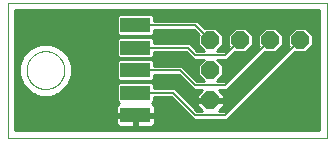
<source format=gtl>
G75*
%MOIN*%
%OFA0B0*%
%FSLAX25Y25*%
%IPPOS*%
%LPD*%
%AMOC8*
5,1,8,0,0,1.08239X$1,22.5*
%
%ADD10C,0.00000*%
%ADD11OC8,0.06000*%
%ADD12R,0.10000X0.05000*%
%ADD13C,0.00800*%
%ADD14C,0.01000*%
D10*
X0009000Y0009000D02*
X0009000Y0053961D01*
X0115201Y0053961D01*
X0115201Y0009000D01*
X0009000Y0009000D01*
X0015201Y0031500D02*
X0015203Y0031658D01*
X0015209Y0031816D01*
X0015219Y0031974D01*
X0015233Y0032132D01*
X0015251Y0032289D01*
X0015272Y0032446D01*
X0015298Y0032602D01*
X0015328Y0032758D01*
X0015361Y0032913D01*
X0015399Y0033066D01*
X0015440Y0033219D01*
X0015485Y0033371D01*
X0015534Y0033522D01*
X0015587Y0033671D01*
X0015643Y0033819D01*
X0015703Y0033965D01*
X0015767Y0034110D01*
X0015835Y0034253D01*
X0015906Y0034395D01*
X0015980Y0034535D01*
X0016058Y0034672D01*
X0016140Y0034808D01*
X0016224Y0034942D01*
X0016313Y0035073D01*
X0016404Y0035202D01*
X0016499Y0035329D01*
X0016596Y0035454D01*
X0016697Y0035576D01*
X0016801Y0035695D01*
X0016908Y0035812D01*
X0017018Y0035926D01*
X0017131Y0036037D01*
X0017246Y0036146D01*
X0017364Y0036251D01*
X0017485Y0036353D01*
X0017608Y0036453D01*
X0017734Y0036549D01*
X0017862Y0036642D01*
X0017992Y0036732D01*
X0018125Y0036818D01*
X0018260Y0036902D01*
X0018396Y0036981D01*
X0018535Y0037058D01*
X0018676Y0037130D01*
X0018818Y0037200D01*
X0018962Y0037265D01*
X0019108Y0037327D01*
X0019255Y0037385D01*
X0019404Y0037440D01*
X0019554Y0037491D01*
X0019705Y0037538D01*
X0019857Y0037581D01*
X0020010Y0037620D01*
X0020165Y0037656D01*
X0020320Y0037687D01*
X0020476Y0037715D01*
X0020632Y0037739D01*
X0020789Y0037759D01*
X0020947Y0037775D01*
X0021104Y0037787D01*
X0021263Y0037795D01*
X0021421Y0037799D01*
X0021579Y0037799D01*
X0021737Y0037795D01*
X0021896Y0037787D01*
X0022053Y0037775D01*
X0022211Y0037759D01*
X0022368Y0037739D01*
X0022524Y0037715D01*
X0022680Y0037687D01*
X0022835Y0037656D01*
X0022990Y0037620D01*
X0023143Y0037581D01*
X0023295Y0037538D01*
X0023446Y0037491D01*
X0023596Y0037440D01*
X0023745Y0037385D01*
X0023892Y0037327D01*
X0024038Y0037265D01*
X0024182Y0037200D01*
X0024324Y0037130D01*
X0024465Y0037058D01*
X0024604Y0036981D01*
X0024740Y0036902D01*
X0024875Y0036818D01*
X0025008Y0036732D01*
X0025138Y0036642D01*
X0025266Y0036549D01*
X0025392Y0036453D01*
X0025515Y0036353D01*
X0025636Y0036251D01*
X0025754Y0036146D01*
X0025869Y0036037D01*
X0025982Y0035926D01*
X0026092Y0035812D01*
X0026199Y0035695D01*
X0026303Y0035576D01*
X0026404Y0035454D01*
X0026501Y0035329D01*
X0026596Y0035202D01*
X0026687Y0035073D01*
X0026776Y0034942D01*
X0026860Y0034808D01*
X0026942Y0034672D01*
X0027020Y0034535D01*
X0027094Y0034395D01*
X0027165Y0034253D01*
X0027233Y0034110D01*
X0027297Y0033965D01*
X0027357Y0033819D01*
X0027413Y0033671D01*
X0027466Y0033522D01*
X0027515Y0033371D01*
X0027560Y0033219D01*
X0027601Y0033066D01*
X0027639Y0032913D01*
X0027672Y0032758D01*
X0027702Y0032602D01*
X0027728Y0032446D01*
X0027749Y0032289D01*
X0027767Y0032132D01*
X0027781Y0031974D01*
X0027791Y0031816D01*
X0027797Y0031658D01*
X0027799Y0031500D01*
X0027797Y0031342D01*
X0027791Y0031184D01*
X0027781Y0031026D01*
X0027767Y0030868D01*
X0027749Y0030711D01*
X0027728Y0030554D01*
X0027702Y0030398D01*
X0027672Y0030242D01*
X0027639Y0030087D01*
X0027601Y0029934D01*
X0027560Y0029781D01*
X0027515Y0029629D01*
X0027466Y0029478D01*
X0027413Y0029329D01*
X0027357Y0029181D01*
X0027297Y0029035D01*
X0027233Y0028890D01*
X0027165Y0028747D01*
X0027094Y0028605D01*
X0027020Y0028465D01*
X0026942Y0028328D01*
X0026860Y0028192D01*
X0026776Y0028058D01*
X0026687Y0027927D01*
X0026596Y0027798D01*
X0026501Y0027671D01*
X0026404Y0027546D01*
X0026303Y0027424D01*
X0026199Y0027305D01*
X0026092Y0027188D01*
X0025982Y0027074D01*
X0025869Y0026963D01*
X0025754Y0026854D01*
X0025636Y0026749D01*
X0025515Y0026647D01*
X0025392Y0026547D01*
X0025266Y0026451D01*
X0025138Y0026358D01*
X0025008Y0026268D01*
X0024875Y0026182D01*
X0024740Y0026098D01*
X0024604Y0026019D01*
X0024465Y0025942D01*
X0024324Y0025870D01*
X0024182Y0025800D01*
X0024038Y0025735D01*
X0023892Y0025673D01*
X0023745Y0025615D01*
X0023596Y0025560D01*
X0023446Y0025509D01*
X0023295Y0025462D01*
X0023143Y0025419D01*
X0022990Y0025380D01*
X0022835Y0025344D01*
X0022680Y0025313D01*
X0022524Y0025285D01*
X0022368Y0025261D01*
X0022211Y0025241D01*
X0022053Y0025225D01*
X0021896Y0025213D01*
X0021737Y0025205D01*
X0021579Y0025201D01*
X0021421Y0025201D01*
X0021263Y0025205D01*
X0021104Y0025213D01*
X0020947Y0025225D01*
X0020789Y0025241D01*
X0020632Y0025261D01*
X0020476Y0025285D01*
X0020320Y0025313D01*
X0020165Y0025344D01*
X0020010Y0025380D01*
X0019857Y0025419D01*
X0019705Y0025462D01*
X0019554Y0025509D01*
X0019404Y0025560D01*
X0019255Y0025615D01*
X0019108Y0025673D01*
X0018962Y0025735D01*
X0018818Y0025800D01*
X0018676Y0025870D01*
X0018535Y0025942D01*
X0018396Y0026019D01*
X0018260Y0026098D01*
X0018125Y0026182D01*
X0017992Y0026268D01*
X0017862Y0026358D01*
X0017734Y0026451D01*
X0017608Y0026547D01*
X0017485Y0026647D01*
X0017364Y0026749D01*
X0017246Y0026854D01*
X0017131Y0026963D01*
X0017018Y0027074D01*
X0016908Y0027188D01*
X0016801Y0027305D01*
X0016697Y0027424D01*
X0016596Y0027546D01*
X0016499Y0027671D01*
X0016404Y0027798D01*
X0016313Y0027927D01*
X0016224Y0028058D01*
X0016140Y0028192D01*
X0016058Y0028328D01*
X0015980Y0028465D01*
X0015906Y0028605D01*
X0015835Y0028747D01*
X0015767Y0028890D01*
X0015703Y0029035D01*
X0015643Y0029181D01*
X0015587Y0029329D01*
X0015534Y0029478D01*
X0015485Y0029629D01*
X0015440Y0029781D01*
X0015399Y0029934D01*
X0015361Y0030087D01*
X0015328Y0030242D01*
X0015298Y0030398D01*
X0015272Y0030554D01*
X0015251Y0030711D01*
X0015233Y0030868D01*
X0015219Y0031026D01*
X0015209Y0031184D01*
X0015203Y0031342D01*
X0015201Y0031500D01*
D11*
X0076500Y0031500D03*
X0076500Y0041500D03*
X0086500Y0041500D03*
X0096500Y0041500D03*
X0106500Y0041500D03*
X0076500Y0021500D03*
D12*
X0051500Y0024000D03*
X0051500Y0016500D03*
X0051500Y0031500D03*
X0051500Y0039000D03*
X0051500Y0046500D03*
D13*
X0071500Y0046500D01*
X0076500Y0041500D01*
X0071500Y0036500D02*
X0069000Y0039000D01*
X0051500Y0039000D01*
X0051500Y0031500D02*
X0066500Y0031500D01*
X0071500Y0026500D01*
X0081500Y0026500D01*
X0096500Y0041500D01*
X0086500Y0041500D02*
X0081500Y0036500D01*
X0071500Y0036500D01*
X0064000Y0024000D02*
X0051500Y0024000D01*
X0064000Y0024000D02*
X0071500Y0016500D01*
X0081500Y0016500D01*
X0106500Y0041500D01*
D14*
X0110600Y0041455D02*
X0112701Y0041455D01*
X0112701Y0040457D02*
X0110600Y0040457D01*
X0110600Y0039802D02*
X0110600Y0043198D01*
X0108198Y0045600D01*
X0104802Y0045600D01*
X0102400Y0043198D01*
X0102400Y0039802D01*
X0102540Y0039662D01*
X0080879Y0018000D01*
X0079364Y0018000D01*
X0081000Y0019636D01*
X0081000Y0021000D01*
X0077000Y0021000D01*
X0077000Y0022000D01*
X0081000Y0022000D01*
X0081000Y0023364D01*
X0079364Y0025000D01*
X0082121Y0025000D01*
X0094662Y0037540D01*
X0094802Y0037400D01*
X0098198Y0037400D01*
X0100600Y0039802D01*
X0100600Y0043198D01*
X0098198Y0045600D01*
X0094802Y0045600D01*
X0092400Y0043198D01*
X0092400Y0039802D01*
X0092540Y0039662D01*
X0080879Y0028000D01*
X0078798Y0028000D01*
X0080600Y0029802D01*
X0080600Y0033198D01*
X0078798Y0035000D01*
X0082121Y0035000D01*
X0084662Y0037540D01*
X0084802Y0037400D01*
X0088198Y0037400D01*
X0090600Y0039802D01*
X0090600Y0043198D01*
X0088198Y0045600D01*
X0084802Y0045600D01*
X0082400Y0043198D01*
X0082400Y0039802D01*
X0082540Y0039662D01*
X0080879Y0038000D01*
X0078798Y0038000D01*
X0080600Y0039802D01*
X0080600Y0043198D01*
X0078198Y0045600D01*
X0074802Y0045600D01*
X0074662Y0045460D01*
X0073000Y0047121D01*
X0073000Y0047121D01*
X0072121Y0048000D01*
X0057600Y0048000D01*
X0057600Y0049456D01*
X0056956Y0050100D01*
X0046044Y0050100D01*
X0045400Y0049456D01*
X0045400Y0043544D01*
X0046044Y0042900D01*
X0056956Y0042900D01*
X0057600Y0043544D01*
X0057600Y0045000D01*
X0070879Y0045000D01*
X0072540Y0043338D01*
X0072400Y0043198D01*
X0072400Y0039802D01*
X0074202Y0038000D01*
X0072121Y0038000D01*
X0069621Y0040500D01*
X0057600Y0040500D01*
X0057600Y0041956D01*
X0056956Y0042600D01*
X0046044Y0042600D01*
X0045400Y0041956D01*
X0045400Y0036044D01*
X0046044Y0035400D01*
X0056956Y0035400D01*
X0057600Y0036044D01*
X0057600Y0037500D01*
X0068379Y0037500D01*
X0070000Y0035879D01*
X0070879Y0035000D01*
X0074202Y0035000D01*
X0072400Y0033198D01*
X0072400Y0029802D01*
X0074202Y0028000D01*
X0072121Y0028000D01*
X0067121Y0033000D01*
X0057600Y0033000D01*
X0057600Y0034456D01*
X0056956Y0035100D01*
X0046044Y0035100D01*
X0045400Y0034456D01*
X0045400Y0028544D01*
X0046044Y0027900D01*
X0056956Y0027900D01*
X0057600Y0028544D01*
X0057600Y0030000D01*
X0065879Y0030000D01*
X0070000Y0025879D01*
X0070879Y0025000D01*
X0073636Y0025000D01*
X0072000Y0023364D01*
X0072000Y0022000D01*
X0076000Y0022000D01*
X0076000Y0021000D01*
X0072000Y0021000D01*
X0072000Y0019636D01*
X0073636Y0018000D01*
X0072121Y0018000D01*
X0064621Y0025500D01*
X0057600Y0025500D01*
X0057600Y0026956D01*
X0056956Y0027600D01*
X0046044Y0027600D01*
X0045400Y0026956D01*
X0045400Y0021044D01*
X0046020Y0020424D01*
X0045921Y0020398D01*
X0045579Y0020200D01*
X0045300Y0019921D01*
X0045102Y0019579D01*
X0045000Y0019197D01*
X0045000Y0017000D01*
X0051000Y0017000D01*
X0051000Y0016000D01*
X0052000Y0016000D01*
X0052000Y0017000D01*
X0058000Y0017000D01*
X0058000Y0019197D01*
X0057898Y0019579D01*
X0057700Y0019921D01*
X0057421Y0020200D01*
X0057079Y0020398D01*
X0056980Y0020424D01*
X0057600Y0021044D01*
X0057600Y0022500D01*
X0063379Y0022500D01*
X0070000Y0015879D01*
X0070879Y0015000D01*
X0082121Y0015000D01*
X0104662Y0037540D01*
X0104802Y0037400D01*
X0108198Y0037400D01*
X0110600Y0039802D01*
X0110257Y0039458D02*
X0112701Y0039458D01*
X0112701Y0038460D02*
X0109258Y0038460D01*
X0108260Y0037461D02*
X0112701Y0037461D01*
X0112701Y0036463D02*
X0103584Y0036463D01*
X0102586Y0035464D02*
X0112701Y0035464D01*
X0112701Y0034466D02*
X0101587Y0034466D01*
X0100589Y0033467D02*
X0112701Y0033467D01*
X0112701Y0032469D02*
X0099590Y0032469D01*
X0098592Y0031470D02*
X0112701Y0031470D01*
X0112701Y0030472D02*
X0097593Y0030472D01*
X0096595Y0029473D02*
X0112701Y0029473D01*
X0112701Y0028475D02*
X0095596Y0028475D01*
X0094598Y0027476D02*
X0112701Y0027476D01*
X0112701Y0026478D02*
X0093599Y0026478D01*
X0092600Y0025479D02*
X0112701Y0025479D01*
X0112701Y0024481D02*
X0091602Y0024481D01*
X0090603Y0023482D02*
X0112701Y0023482D01*
X0112701Y0022484D02*
X0089605Y0022484D01*
X0088606Y0021485D02*
X0112701Y0021485D01*
X0112701Y0020487D02*
X0087608Y0020487D01*
X0086609Y0019488D02*
X0112701Y0019488D01*
X0112701Y0018490D02*
X0085611Y0018490D01*
X0084612Y0017491D02*
X0112701Y0017491D01*
X0112701Y0016493D02*
X0083614Y0016493D01*
X0082615Y0015494D02*
X0112701Y0015494D01*
X0112701Y0014496D02*
X0058000Y0014496D01*
X0058000Y0015494D02*
X0070385Y0015494D01*
X0069386Y0016493D02*
X0052000Y0016493D01*
X0052000Y0016000D02*
X0058000Y0016000D01*
X0058000Y0013803D01*
X0057898Y0013421D01*
X0057700Y0013079D01*
X0057421Y0012800D01*
X0057079Y0012602D01*
X0056697Y0012500D01*
X0052000Y0012500D01*
X0052000Y0016000D01*
X0052000Y0015494D02*
X0051000Y0015494D01*
X0051000Y0016000D02*
X0051000Y0012500D01*
X0046303Y0012500D01*
X0045921Y0012602D01*
X0045579Y0012800D01*
X0045300Y0013079D01*
X0045102Y0013421D01*
X0045000Y0013803D01*
X0045000Y0016000D01*
X0051000Y0016000D01*
X0051000Y0016493D02*
X0011500Y0016493D01*
X0011500Y0017491D02*
X0045000Y0017491D01*
X0045000Y0018490D02*
X0011500Y0018490D01*
X0011500Y0019488D02*
X0045078Y0019488D01*
X0045958Y0020487D02*
X0011500Y0020487D01*
X0011500Y0021485D02*
X0045400Y0021485D01*
X0045400Y0022484D02*
X0011500Y0022484D01*
X0011500Y0023482D02*
X0017863Y0023482D01*
X0016516Y0024040D02*
X0019750Y0022701D01*
X0023250Y0022701D01*
X0026484Y0024040D01*
X0028960Y0026516D01*
X0030299Y0029750D01*
X0030299Y0033250D01*
X0028960Y0036484D01*
X0026484Y0038960D01*
X0023250Y0040299D01*
X0019750Y0040299D01*
X0016516Y0038960D01*
X0014040Y0036484D01*
X0012701Y0033250D01*
X0012701Y0029750D01*
X0014040Y0026516D01*
X0016516Y0024040D01*
X0016075Y0024481D02*
X0011500Y0024481D01*
X0011500Y0025479D02*
X0015077Y0025479D01*
X0014078Y0026478D02*
X0011500Y0026478D01*
X0011500Y0027476D02*
X0013643Y0027476D01*
X0013229Y0028475D02*
X0011500Y0028475D01*
X0011500Y0029473D02*
X0012815Y0029473D01*
X0012701Y0030472D02*
X0011500Y0030472D01*
X0011500Y0031470D02*
X0012701Y0031470D01*
X0012701Y0032469D02*
X0011500Y0032469D01*
X0011500Y0033467D02*
X0012791Y0033467D01*
X0013204Y0034466D02*
X0011500Y0034466D01*
X0011500Y0035464D02*
X0013618Y0035464D01*
X0014031Y0036463D02*
X0011500Y0036463D01*
X0011500Y0037461D02*
X0015017Y0037461D01*
X0016016Y0038460D02*
X0011500Y0038460D01*
X0011500Y0039458D02*
X0017720Y0039458D01*
X0011500Y0040457D02*
X0045400Y0040457D01*
X0045400Y0041455D02*
X0011500Y0041455D01*
X0011500Y0042454D02*
X0045898Y0042454D01*
X0045492Y0043452D02*
X0011500Y0043452D01*
X0011500Y0044451D02*
X0045400Y0044451D01*
X0045400Y0045449D02*
X0011500Y0045449D01*
X0011500Y0046448D02*
X0045400Y0046448D01*
X0045400Y0047446D02*
X0011500Y0047446D01*
X0011500Y0048445D02*
X0045400Y0048445D01*
X0045400Y0049443D02*
X0011500Y0049443D01*
X0011500Y0050442D02*
X0112701Y0050442D01*
X0112701Y0051440D02*
X0011500Y0051440D01*
X0011500Y0051461D02*
X0112701Y0051461D01*
X0112701Y0011500D01*
X0011500Y0011500D01*
X0011500Y0051461D01*
X0025280Y0039458D02*
X0045400Y0039458D01*
X0045400Y0038460D02*
X0026984Y0038460D01*
X0027983Y0037461D02*
X0045400Y0037461D01*
X0045400Y0036463D02*
X0028969Y0036463D01*
X0029382Y0035464D02*
X0045980Y0035464D01*
X0045410Y0034466D02*
X0029796Y0034466D01*
X0030209Y0033467D02*
X0045400Y0033467D01*
X0045400Y0032469D02*
X0030299Y0032469D01*
X0030299Y0031470D02*
X0045400Y0031470D01*
X0045400Y0030472D02*
X0030299Y0030472D01*
X0030185Y0029473D02*
X0045400Y0029473D01*
X0045470Y0028475D02*
X0029771Y0028475D01*
X0029357Y0027476D02*
X0045921Y0027476D01*
X0045400Y0026478D02*
X0028922Y0026478D01*
X0027923Y0025479D02*
X0045400Y0025479D01*
X0045400Y0024481D02*
X0026925Y0024481D01*
X0025137Y0023482D02*
X0045400Y0023482D01*
X0057042Y0020487D02*
X0065392Y0020487D01*
X0064394Y0021485D02*
X0057600Y0021485D01*
X0057600Y0022484D02*
X0063395Y0022484D01*
X0065641Y0024481D02*
X0073117Y0024481D01*
X0072118Y0023482D02*
X0066639Y0023482D01*
X0067638Y0022484D02*
X0072000Y0022484D01*
X0072000Y0020487D02*
X0069635Y0020487D01*
X0068636Y0021485D02*
X0076000Y0021485D01*
X0077000Y0021485D02*
X0084364Y0021485D01*
X0085362Y0022484D02*
X0081000Y0022484D01*
X0080882Y0023482D02*
X0086361Y0023482D01*
X0087359Y0024481D02*
X0079883Y0024481D01*
X0082600Y0025479D02*
X0088358Y0025479D01*
X0089356Y0026478D02*
X0083599Y0026478D01*
X0084598Y0027476D02*
X0090355Y0027476D01*
X0091353Y0028475D02*
X0085596Y0028475D01*
X0086595Y0029473D02*
X0092352Y0029473D01*
X0093350Y0030472D02*
X0087593Y0030472D01*
X0088592Y0031470D02*
X0094349Y0031470D01*
X0095347Y0032469D02*
X0089590Y0032469D01*
X0090589Y0033467D02*
X0096346Y0033467D01*
X0097344Y0034466D02*
X0091587Y0034466D01*
X0092586Y0035464D02*
X0098343Y0035464D01*
X0099341Y0036463D02*
X0093584Y0036463D01*
X0094583Y0037461D02*
X0094740Y0037461D01*
X0098260Y0037461D02*
X0100340Y0037461D01*
X0101338Y0038460D02*
X0099258Y0038460D01*
X0100257Y0039458D02*
X0102337Y0039458D01*
X0102400Y0040457D02*
X0100600Y0040457D01*
X0100600Y0041455D02*
X0102400Y0041455D01*
X0102400Y0042454D02*
X0100600Y0042454D01*
X0100346Y0043452D02*
X0102654Y0043452D01*
X0103653Y0044451D02*
X0099347Y0044451D01*
X0098349Y0045449D02*
X0104651Y0045449D01*
X0108349Y0045449D02*
X0112701Y0045449D01*
X0112701Y0046448D02*
X0073673Y0046448D01*
X0072675Y0047446D02*
X0112701Y0047446D01*
X0112701Y0048445D02*
X0057600Y0048445D01*
X0057600Y0049443D02*
X0112701Y0049443D01*
X0112701Y0044451D02*
X0109347Y0044451D01*
X0110346Y0043452D02*
X0112701Y0043452D01*
X0112701Y0042454D02*
X0110600Y0042454D01*
X0104740Y0037461D02*
X0104583Y0037461D01*
X0092337Y0039458D02*
X0090257Y0039458D01*
X0089258Y0038460D02*
X0091338Y0038460D01*
X0090340Y0037461D02*
X0088260Y0037461D01*
X0089341Y0036463D02*
X0083584Y0036463D01*
X0082586Y0035464D02*
X0088343Y0035464D01*
X0087344Y0034466D02*
X0079332Y0034466D01*
X0080331Y0033467D02*
X0086346Y0033467D01*
X0085347Y0032469D02*
X0080600Y0032469D01*
X0080600Y0031470D02*
X0084349Y0031470D01*
X0083350Y0030472D02*
X0080600Y0030472D01*
X0080271Y0029473D02*
X0082352Y0029473D01*
X0081353Y0028475D02*
X0079273Y0028475D01*
X0073727Y0028475D02*
X0071647Y0028475D01*
X0070648Y0029473D02*
X0072729Y0029473D01*
X0072400Y0030472D02*
X0069650Y0030472D01*
X0068651Y0031470D02*
X0072400Y0031470D01*
X0072400Y0032469D02*
X0067653Y0032469D01*
X0072669Y0033467D02*
X0057600Y0033467D01*
X0057590Y0034466D02*
X0073668Y0034466D01*
X0070414Y0035464D02*
X0057020Y0035464D01*
X0057600Y0036463D02*
X0069416Y0036463D01*
X0068417Y0037461D02*
X0057600Y0037461D01*
X0057600Y0041455D02*
X0072400Y0041455D01*
X0072400Y0040457D02*
X0069664Y0040457D01*
X0070663Y0039458D02*
X0072743Y0039458D01*
X0073742Y0038460D02*
X0071662Y0038460D01*
X0072400Y0042454D02*
X0057102Y0042454D01*
X0057508Y0043452D02*
X0072426Y0043452D01*
X0071428Y0044451D02*
X0057600Y0044451D01*
X0078349Y0045449D02*
X0084651Y0045449D01*
X0083653Y0044451D02*
X0079347Y0044451D01*
X0080346Y0043452D02*
X0082654Y0043452D01*
X0082400Y0042454D02*
X0080600Y0042454D01*
X0080600Y0041455D02*
X0082400Y0041455D01*
X0082400Y0040457D02*
X0080600Y0040457D01*
X0080257Y0039458D02*
X0082337Y0039458D01*
X0081338Y0038460D02*
X0079258Y0038460D01*
X0084583Y0037461D02*
X0084740Y0037461D01*
X0090600Y0040457D02*
X0092400Y0040457D01*
X0092400Y0041455D02*
X0090600Y0041455D01*
X0090600Y0042454D02*
X0092400Y0042454D01*
X0092654Y0043452D02*
X0090346Y0043452D01*
X0089347Y0044451D02*
X0093653Y0044451D01*
X0094651Y0045449D02*
X0088349Y0045449D01*
X0066405Y0029473D02*
X0057600Y0029473D01*
X0057530Y0028475D02*
X0067404Y0028475D01*
X0068402Y0027476D02*
X0057079Y0027476D01*
X0057600Y0026478D02*
X0069401Y0026478D01*
X0070400Y0025479D02*
X0064642Y0025479D01*
X0066391Y0019488D02*
X0057922Y0019488D01*
X0058000Y0018490D02*
X0067389Y0018490D01*
X0068388Y0017491D02*
X0058000Y0017491D01*
X0052000Y0014496D02*
X0051000Y0014496D01*
X0051000Y0013497D02*
X0052000Y0013497D01*
X0057918Y0013497D02*
X0112701Y0013497D01*
X0112701Y0012499D02*
X0011500Y0012499D01*
X0011500Y0011500D02*
X0112701Y0011500D01*
X0083365Y0020487D02*
X0081000Y0020487D01*
X0080852Y0019488D02*
X0082367Y0019488D01*
X0081368Y0018490D02*
X0079854Y0018490D01*
X0073146Y0018490D02*
X0071632Y0018490D01*
X0072148Y0019488D02*
X0070633Y0019488D01*
X0045000Y0015494D02*
X0011500Y0015494D01*
X0011500Y0014496D02*
X0045000Y0014496D01*
X0045082Y0013497D02*
X0011500Y0013497D01*
M02*

</source>
